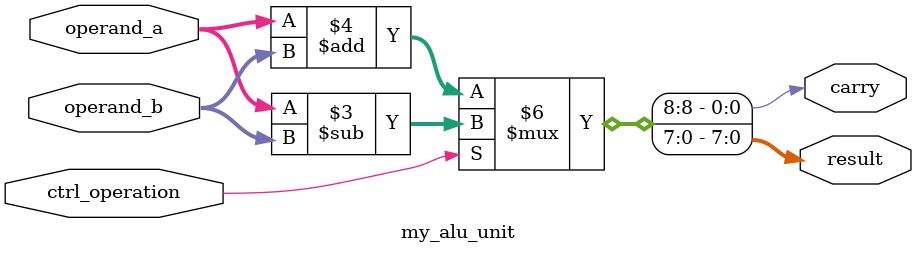
<source format=v>
module my_alu_unit
    #(
        parameter DATA_WIDTH = 8
    )
    (
        input ctrl_operation,
        input [(DATA_WIDTH - 1) : 0] operand_a,
        input [(DATA_WIDTH - 1) : 0] operand_b,
        output reg [(DATA_WIDTH - 1) : 0] result,
        output reg carry
    );
    
    always @(*) begin : combinational
        if(ctrl_operation == 1'b1) begin
            {carry, result} = operand_a - operand_b;
        end
        else begin
            {carry, result} = operand_a + operand_b;
        end
    end
    
endmodule

</source>
